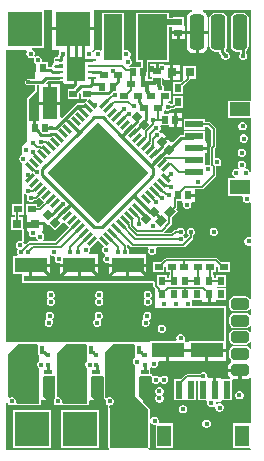
<source format=gtl>
G04*
G04 #@! TF.GenerationSoftware,Altium Limited,Altium Designer,25.0.2 (28)*
G04*
G04 Layer_Physical_Order=1*
G04 Layer_Color=255*
%FSLAX44Y44*%
%MOMM*%
G71*
G04*
G04 #@! TF.SameCoordinates,503A90CA-BBE8-423F-B6A3-9968D9645D90*
G04*
G04*
G04 #@! TF.FilePolarity,Positive*
G04*
G01*
G75*
%ADD13C,0.1270*%
%ADD15C,0.2540*%
G04:AMPARAMS|DCode=16|XSize=1.5mm|YSize=1mm|CornerRadius=0.25mm|HoleSize=0mm|Usage=FLASHONLY|Rotation=0.000|XOffset=0mm|YOffset=0mm|HoleType=Round|Shape=RoundedRectangle|*
%AMROUNDEDRECTD16*
21,1,1.5000,0.5000,0,0,0.0*
21,1,1.0000,1.0000,0,0,0.0*
1,1,0.5000,0.5000,-0.2500*
1,1,0.5000,-0.5000,-0.2500*
1,1,0.5000,-0.5000,0.2500*
1,1,0.5000,0.5000,0.2500*
%
%ADD16ROUNDEDRECTD16*%
%ADD17R,0.6000X0.7500*%
%ADD18R,0.7500X0.6000*%
%ADD19R,0.6400X0.6000*%
%ADD20R,1.6000X3.9000*%
%ADD21R,0.8000X0.8000*%
%ADD22R,0.6000X0.6400*%
%ADD23R,3.0000X3.0000*%
G04:AMPARAMS|DCode=24|XSize=0.64mm|YSize=0.6mm|CornerRadius=0mm|HoleSize=0mm|Usage=FLASHONLY|Rotation=225.000|XOffset=0mm|YOffset=0mm|HoleType=Round|Shape=Rectangle|*
%AMROTATEDRECTD24*
4,1,4,0.0141,0.4384,0.4384,0.0141,-0.0141,-0.4384,-0.4384,-0.0141,0.0141,0.4384,0.0*
%
%ADD24ROTATEDRECTD24*%

G04:AMPARAMS|DCode=25|XSize=1.25mm|YSize=3mm|CornerRadius=0.3125mm|HoleSize=0mm|Usage=FLASHONLY|Rotation=0.000|XOffset=0mm|YOffset=0mm|HoleType=Round|Shape=RoundedRectangle|*
%AMROUNDEDRECTD25*
21,1,1.2500,2.3750,0,0,0.0*
21,1,0.6250,3.0000,0,0,0.0*
1,1,0.6250,0.3125,-1.1875*
1,1,0.6250,-0.3125,-1.1875*
1,1,0.6250,-0.3125,1.1875*
1,1,0.6250,0.3125,1.1875*
%
%ADD25ROUNDEDRECTD25*%
G04:AMPARAMS|DCode=26|XSize=0.64mm|YSize=0.6mm|CornerRadius=0mm|HoleSize=0mm|Usage=FLASHONLY|Rotation=135.000|XOffset=0mm|YOffset=0mm|HoleType=Round|Shape=Rectangle|*
%AMROTATEDRECTD26*
4,1,4,0.4384,-0.0141,0.0141,-0.4384,-0.4384,0.0141,-0.0141,0.4384,0.4384,-0.0141,0.0*
%
%ADD26ROTATEDRECTD26*%

%ADD27P,8.4853X4X180.0*%
G04:AMPARAMS|DCode=28|XSize=0.86mm|YSize=0.26mm|CornerRadius=0mm|HoleSize=0mm|Usage=FLASHONLY|Rotation=135.000|XOffset=0mm|YOffset=0mm|HoleType=Round|Shape=Rectangle|*
%AMROTATEDRECTD28*
4,1,4,0.3960,-0.2121,0.2121,-0.3960,-0.3960,0.2121,-0.2121,0.3960,0.3960,-0.2121,0.0*
%
%ADD28ROTATEDRECTD28*%

G04:AMPARAMS|DCode=29|XSize=0.26mm|YSize=0.86mm|CornerRadius=0mm|HoleSize=0mm|Usage=FLASHONLY|Rotation=135.000|XOffset=0mm|YOffset=0mm|HoleType=Round|Shape=Rectangle|*
%AMROTATEDRECTD29*
4,1,4,0.3960,0.2121,-0.2121,-0.3960,-0.3960,-0.2121,0.2121,0.3960,0.3960,0.2121,0.0*
%
%ADD29ROTATEDRECTD29*%

%ADD30R,1.3000X2.7000*%
G04:AMPARAMS|DCode=31|XSize=0.6mm|YSize=0.25mm|CornerRadius=0.0313mm|HoleSize=0mm|Usage=FLASHONLY|Rotation=180.000|XOffset=0mm|YOffset=0mm|HoleType=Round|Shape=RoundedRectangle|*
%AMROUNDEDRECTD31*
21,1,0.6000,0.1875,0,0,180.0*
21,1,0.5375,0.2500,0,0,180.0*
1,1,0.0625,-0.2688,0.0938*
1,1,0.0625,0.2688,0.0938*
1,1,0.0625,0.2688,-0.0938*
1,1,0.0625,-0.2688,-0.0938*
%
%ADD31ROUNDEDRECTD31*%
%ADD32R,1.6000X3.9000*%
%ADD33R,0.6000X1.5500*%
%ADD34R,1.2000X1.8000*%
%ADD35R,0.3400X0.8000*%
%ADD36R,0.4200X0.6600*%
%ADD37R,2.7000X1.3000*%
%ADD38R,0.6600X0.4200*%
%ADD39R,0.8000X0.3400*%
G04:AMPARAMS|DCode=40|XSize=0.6mm|YSize=0.75mm|CornerRadius=0mm|HoleSize=0mm|Usage=FLASHONLY|Rotation=315.000|XOffset=0mm|YOffset=0mm|HoleType=Round|Shape=Rectangle|*
%AMROTATEDRECTD40*
4,1,4,-0.4773,-0.0530,0.0530,0.4773,0.4773,0.0530,-0.0530,-0.4773,-0.4773,-0.0530,0.0*
%
%ADD40ROTATEDRECTD40*%

%ADD41R,1.5500X0.6000*%
%ADD42R,1.8000X1.2000*%
G04:AMPARAMS|DCode=71|XSize=1.6mm|YSize=2mm|CornerRadius=0.04mm|HoleSize=0mm|Usage=FLASHONLY|Rotation=180.000|XOffset=0mm|YOffset=0mm|HoleType=Round|Shape=RoundedRectangle|*
%AMROUNDEDRECTD71*
21,1,1.6000,1.9200,0,0,180.0*
21,1,1.5200,2.0000,0,0,180.0*
1,1,0.0800,-0.7600,0.9600*
1,1,0.0800,0.7600,0.9600*
1,1,0.0800,0.7600,-0.9600*
1,1,0.0800,-0.7600,-0.9600*
%
%ADD71ROUNDEDRECTD71*%
%ADD72C,0.3500*%
%ADD73C,0.5000*%
%ADD74C,0.4500*%
%ADD75C,0.4000*%
G36*
X208626Y297270D02*
X189160D01*
Y282730D01*
X208626D01*
Y237350D01*
X207355Y237097D01*
X206984Y237994D01*
X205994Y238984D01*
X204700Y239520D01*
X204169D01*
X203643Y240790D01*
X203734Y240881D01*
X204270Y242175D01*
Y243575D01*
X203734Y244869D01*
X202744Y245859D01*
X201450Y246395D01*
X200050D01*
X198756Y245859D01*
X197766Y244869D01*
X197230Y243575D01*
Y242175D01*
X197766Y240881D01*
X198675Y239972D01*
X197994Y238984D01*
X196700Y239520D01*
X195300D01*
X194006Y238984D01*
X193016Y237994D01*
X192480Y236700D01*
Y235300D01*
X193016Y234006D01*
X194006Y233016D01*
X195300Y232480D01*
X195155Y231270D01*
X189160D01*
Y216730D01*
X201093D01*
X201795Y215460D01*
X201480Y214700D01*
Y213300D01*
X202016Y212006D01*
X203006Y211016D01*
X204300Y210480D01*
X205700D01*
X206994Y211016D01*
X207355Y211378D01*
X208626Y210851D01*
Y182296D01*
X207355Y181447D01*
X207180Y181520D01*
X205780D01*
X204486Y180984D01*
X203496Y179994D01*
X202960Y178700D01*
Y177300D01*
X203496Y176006D01*
X204486Y175016D01*
X205780Y174480D01*
X207180D01*
X207355Y174553D01*
X208626Y173704D01*
Y129585D01*
X207355Y129264D01*
X206718Y130218D01*
X205471Y131051D01*
X204000Y131344D01*
X194000D01*
X192529Y131051D01*
X191282Y130218D01*
X190449Y128971D01*
X190156Y127500D01*
Y122500D01*
X190449Y121029D01*
X191282Y119782D01*
X192529Y118949D01*
X194000Y118656D01*
X204000D01*
X205471Y118949D01*
X206718Y119782D01*
X207355Y120736D01*
X208626Y120415D01*
Y115585D01*
X207355Y115264D01*
X206718Y116218D01*
X205471Y117051D01*
X204000Y117344D01*
X194000D01*
X192529Y117051D01*
X191282Y116218D01*
X190449Y114971D01*
X190156Y113500D01*
Y108500D01*
X190449Y107029D01*
X191282Y105782D01*
X192529Y104949D01*
X194000Y104656D01*
X204000D01*
X205471Y104949D01*
X206718Y105782D01*
X207355Y106736D01*
X208626Y106415D01*
Y101585D01*
X207355Y101264D01*
X206718Y102218D01*
X205471Y103051D01*
X204000Y103344D01*
X194000D01*
X192529Y103051D01*
X191282Y102218D01*
X190449Y100971D01*
X190156Y99500D01*
Y94500D01*
X190449Y93029D01*
X191282Y91782D01*
X192529Y90949D01*
X194000Y90656D01*
X204000D01*
X205471Y90949D01*
X206718Y91782D01*
X207355Y92736D01*
X208626Y92415D01*
Y87585D01*
X207355Y87264D01*
X206718Y88218D01*
X205471Y89051D01*
X204000Y89344D01*
X194000D01*
X192529Y89051D01*
X191282Y88218D01*
X190449Y86971D01*
X190156Y85500D01*
Y80500D01*
X190449Y79029D01*
X191282Y77782D01*
X191750Y77469D01*
X191816Y77185D01*
X191663Y76000D01*
X190366Y75134D01*
X189252Y73467D01*
X188861Y71500D01*
Y70270D01*
X199000D01*
Y69000D01*
X200270D01*
Y61361D01*
X204000D01*
X205966Y61752D01*
X207355Y62681D01*
X208626Y62239D01*
Y24963D01*
X208270Y23840D01*
X207355Y23840D01*
X193730D01*
Y3300D01*
X207414Y3300D01*
X208134Y2030D01*
X207768Y1374D01*
X122225D01*
X121699Y2645D01*
X122242Y3188D01*
X122645Y4160D01*
X122645Y4160D01*
Y23998D01*
X123915Y24251D01*
X124016Y24006D01*
X125006Y23016D01*
X126300Y22480D01*
X127700D01*
X127730Y22460D01*
Y3300D01*
X142270D01*
Y23840D01*
X131290D01*
X130441Y25110D01*
X130520Y25300D01*
Y26700D01*
X129984Y27994D01*
X128994Y28984D01*
X127700Y29520D01*
X126300D01*
X125006Y28984D01*
X124016Y27994D01*
X123915Y27749D01*
X122645Y28002D01*
Y36160D01*
X122645Y36160D01*
X122242Y37132D01*
X116937Y42437D01*
X117409Y43577D01*
X114086Y46901D01*
Y62901D01*
X115565Y64380D01*
X123270D01*
X123270Y64380D01*
Y64380D01*
X124251Y63735D01*
X125082Y62905D01*
X125016Y62839D01*
X124480Y61545D01*
Y60145D01*
X125016Y58851D01*
X125086Y58781D01*
Y57757D01*
X125810Y58057D01*
X126006Y57861D01*
X127300Y57325D01*
X128700D01*
X129994Y57861D01*
X130742Y58609D01*
X131500Y58753D01*
X132258Y58609D01*
X133006Y57861D01*
X134300Y57325D01*
X135700D01*
X136994Y57861D01*
X137984Y58851D01*
X138520Y60145D01*
Y61545D01*
X137984Y62839D01*
X136994Y63829D01*
X135700Y64365D01*
X134300D01*
X133006Y63829D01*
X132258Y63081D01*
X131500Y62937D01*
X130742Y63081D01*
X129994Y63829D01*
X128700Y64365D01*
X127300D01*
X126006Y63829D01*
X125810Y63633D01*
X124540Y64159D01*
Y65890D01*
X123270D01*
Y70956D01*
X124284Y71738D01*
X124514Y71508D01*
X125808Y70972D01*
X127208D01*
X128502Y71508D01*
X129492Y72498D01*
X130028Y73792D01*
Y75192D01*
X129822Y75690D01*
X130670Y76960D01*
X136730D01*
Y86000D01*
X139270D01*
Y76960D01*
X154040D01*
Y76960D01*
X154960D01*
Y76960D01*
X169730D01*
Y86000D01*
X171000D01*
Y87270D01*
X187040D01*
Y93387D01*
X187119Y93506D01*
X187349Y94681D01*
X187322Y94817D01*
X187375Y94945D01*
Y122000D01*
X186972Y122972D01*
X186000Y123375D01*
X158971D01*
X158520Y124050D01*
Y125450D01*
X158421Y125690D01*
X158540Y126960D01*
X158540Y126960D01*
X158718Y128156D01*
X158730Y128230D01*
X159810Y128230D01*
X167270Y128230D01*
X167460Y127039D01*
Y126960D01*
X171730D01*
Y133250D01*
X174270D01*
Y126960D01*
X178540D01*
Y127039D01*
X178730Y128230D01*
X179810Y128230D01*
X187270D01*
Y138270D01*
X180157Y138270D01*
X179634Y139146D01*
X180030Y139730D01*
X187270D01*
Y149770D01*
X178730D01*
Y146692D01*
X177270D01*
Y149770D01*
X176192D01*
Y151730D01*
X179270D01*
Y156002D01*
X180540Y156681D01*
X180730Y156554D01*
Y151730D01*
X190770D01*
Y160270D01*
X183477D01*
X180373Y163373D01*
X179743Y163794D01*
X179000Y163942D01*
X137000D01*
X136257Y163794D01*
X135627Y163373D01*
X132523Y160270D01*
X125230D01*
Y151730D01*
X135270D01*
Y156554D01*
X135460Y156681D01*
X136730Y156002D01*
Y151730D01*
X139808D01*
Y149770D01*
X138730D01*
Y146692D01*
X137270D01*
Y149770D01*
X128730D01*
Y141815D01*
X127460Y141134D01*
X127283Y141252D01*
Y143000D01*
X126880Y143972D01*
X125908Y144375D01*
X16375D01*
Y148960D01*
X20730D01*
Y158000D01*
X22000D01*
Y159270D01*
X38040D01*
Y166141D01*
X39310Y166557D01*
X40006Y165861D01*
X41300Y165325D01*
X41758D01*
X42607Y164055D01*
X42460Y163700D01*
Y162300D01*
X42996Y161006D01*
X43986Y160016D01*
X45280Y159480D01*
X46680D01*
X46960Y159293D01*
Y159270D01*
X79040D01*
Y167040D01*
X71814D01*
X71288Y168310D01*
X71546Y168568D01*
X72082Y169862D01*
Y171262D01*
X72038Y171367D01*
X72141Y172595D01*
X79106Y179560D01*
X84269Y174397D01*
X84161Y173856D01*
X83171Y172866D01*
X82635Y171572D01*
Y170172D01*
X83171Y168878D01*
X84161Y167888D01*
X85212Y167452D01*
X85380Y166571D01*
X85338Y166130D01*
X84986Y165984D01*
X83996Y164994D01*
X83460Y163700D01*
Y162300D01*
X83996Y161006D01*
X84986Y160016D01*
X86280Y159480D01*
X87680D01*
X87960Y159293D01*
Y159270D01*
X120040D01*
Y167040D01*
X106141D01*
X105435Y168096D01*
X105520Y168300D01*
Y169700D01*
X104984Y170994D01*
X103994Y171984D01*
X103942Y172005D01*
Y174443D01*
X103794Y175186D01*
X104800Y175967D01*
X107140Y173627D01*
X107140Y173627D01*
X107771Y173206D01*
X108514Y173058D01*
X108514Y173058D01*
X121284D01*
X121612Y172581D01*
X121931Y171788D01*
X121480Y170700D01*
Y169300D01*
X122016Y168006D01*
X123006Y167016D01*
X124300Y166480D01*
X125700D01*
X126994Y167016D01*
X127984Y168006D01*
X128520Y169300D01*
Y170700D01*
X128069Y171788D01*
X128388Y172581D01*
X128716Y173058D01*
X151000D01*
X151743Y173206D01*
X152373Y173627D01*
X159028Y180282D01*
X159450Y180912D01*
X159597Y181655D01*
Y182995D01*
X159649Y183016D01*
X160639Y184006D01*
X161175Y185300D01*
Y186700D01*
X160639Y187994D01*
X159649Y188984D01*
X158355Y189520D01*
X156955D01*
X155661Y188984D01*
X154671Y187994D01*
X154135Y186700D01*
Y185300D01*
X154671Y184006D01*
X155661Y183016D01*
X155135Y181882D01*
X153842Y180589D01*
X152519Y181062D01*
X152133Y181994D01*
X151957Y182170D01*
X151158Y183000D01*
X151957Y183830D01*
X152133Y184006D01*
X152669Y185300D01*
Y186700D01*
X152133Y187994D01*
X151143Y188984D01*
X149849Y189520D01*
X148449D01*
X147155Y188984D01*
X146165Y187994D01*
X146144Y187942D01*
X145000D01*
X144257Y187794D01*
X143627Y187373D01*
X141195Y184942D01*
X135485D01*
X134959Y186212D01*
X140909Y192162D01*
X140909Y192162D01*
X141330Y192792D01*
X141478Y193535D01*
Y198439D01*
X146635Y203596D01*
X144989Y205242D01*
X145373Y205627D01*
X145794Y206257D01*
X145942Y207000D01*
Y212530D01*
X149860D01*
Y211260D01*
X150351D01*
X151200Y209990D01*
X151080Y209700D01*
Y208300D01*
X151616Y207006D01*
X152606Y206016D01*
X153900Y205480D01*
X155300D01*
X156594Y206016D01*
X157584Y207006D01*
X158120Y208300D01*
Y209700D01*
X158000Y209990D01*
X158848Y211260D01*
X160940D01*
Y215730D01*
X155400D01*
Y218270D01*
X160940D01*
Y222058D01*
X167000D01*
X167743Y222206D01*
X168373Y222627D01*
X178373Y232627D01*
X178794Y233257D01*
X178942Y234000D01*
Y241241D01*
X179300Y241479D01*
X180700D01*
X181994Y242015D01*
X182984Y243006D01*
X183520Y244299D01*
Y245700D01*
X182984Y246993D01*
X181994Y247984D01*
X180700Y248519D01*
X179300D01*
X179057Y248419D01*
X177787Y249268D01*
Y256587D01*
X178373Y257173D01*
X178794Y257803D01*
X178942Y258547D01*
Y273000D01*
X178794Y273743D01*
X178373Y274373D01*
X174373Y278373D01*
X173743Y278794D01*
X173000Y278942D01*
X169700D01*
Y281270D01*
X151660D01*
Y272730D01*
X169700D01*
Y275058D01*
X172195D01*
X175058Y272195D01*
Y259351D01*
X174471Y258765D01*
X174050Y258135D01*
X173902Y257391D01*
Y243376D01*
X173053Y242631D01*
X172694Y242502D01*
X172650Y242520D01*
X171250D01*
X170807Y242337D01*
X169700Y243253D01*
X169700Y251270D01*
X170891Y251460D01*
X170970D01*
Y255730D01*
X160680D01*
Y258270D01*
X170970D01*
Y262540D01*
X170891D01*
X169700Y262730D01*
X169700Y263810D01*
Y271270D01*
X151660D01*
Y267960D01*
X149120D01*
X148129Y267763D01*
X147289Y267201D01*
X142316Y262229D01*
X141141Y262001D01*
X138121Y265021D01*
X134063Y260962D01*
X132267Y262758D01*
X136325Y266817D01*
X133306Y269836D01*
X133218Y269748D01*
X131984Y269994D01*
X130994Y270984D01*
X130948Y271215D01*
X131488Y271755D01*
X132024Y273048D01*
Y274449D01*
X131688Y275260D01*
X132303Y276423D01*
X132432Y276530D01*
X138860D01*
Y275260D01*
X143130D01*
Y281000D01*
Y286740D01*
X138860D01*
Y285470D01*
X134794D01*
X134770Y286730D01*
X134770D01*
Y288456D01*
X136006Y289016D01*
X137300Y288480D01*
X138700D01*
X139994Y289016D01*
X140984Y290006D01*
X141005Y290058D01*
X142750D01*
X143493Y290205D01*
X144123Y290627D01*
X144703Y291206D01*
X144823Y291230D01*
X151270D01*
Y301270D01*
X142730D01*
Y294654D01*
X142512Y294508D01*
X142179Y294176D01*
X140984Y293994D01*
X139994Y294984D01*
X138700Y295520D01*
X138845Y296730D01*
X140770D01*
Y305270D01*
X135324D01*
X134705Y306540D01*
X135040Y307350D01*
Y308650D01*
X134542Y309852D01*
X133622Y310772D01*
X133529Y310811D01*
Y312350D01*
X133470Y312647D01*
Y315962D01*
X133593Y316085D01*
X134922Y315692D01*
X134960Y315656D01*
Y314460D01*
X140230D01*
Y321000D01*
Y327540D01*
X135844D01*
X134740Y327940D01*
X133856Y327940D01*
X130270D01*
Y322400D01*
X129000D01*
Y321130D01*
X123260D01*
Y316860D01*
X124530D01*
Y315329D01*
X121837D01*
X121670Y316530D01*
X121670D01*
Y325470D01*
X121549D01*
Y330230D01*
X139270D01*
Y359556D01*
X141260D01*
Y355870D01*
X147000D01*
X152740D01*
Y360140D01*
X151470D01*
Y367670D01*
X142530D01*
Y367244D01*
X139270D01*
Y371770D01*
X111230D01*
Y330230D01*
X115391D01*
Y325470D01*
X113130D01*
Y325470D01*
X112870D01*
Y325470D01*
X105580D01*
X105328Y326740D01*
X105994Y327016D01*
X106984Y328006D01*
X107520Y329300D01*
Y330700D01*
X106984Y331994D01*
X105994Y332984D01*
X105911Y334393D01*
X106004Y334486D01*
X106540Y335780D01*
Y337180D01*
X106004Y338474D01*
X105014Y339464D01*
X103720Y340000D01*
X102320D01*
X102040Y339884D01*
X100770Y340733D01*
Y371770D01*
X82230D01*
Y340028D01*
X80960Y339501D01*
X80677Y339784D01*
X79384Y340320D01*
X77983D01*
X76690Y339784D01*
X75773Y338868D01*
X75628Y338789D01*
X74879Y338738D01*
X74321Y339191D01*
X75020Y340460D01*
X75540D01*
Y356730D01*
X40460D01*
Y340460D01*
X45896D01*
X46422Y339190D01*
X46226Y338994D01*
X45690Y337700D01*
Y336508D01*
X45337Y335981D01*
X45140Y334990D01*
Y334051D01*
X43313D01*
X42695Y333928D01*
X42172Y333578D01*
X41822Y333055D01*
X41699Y332438D01*
Y330563D01*
X41822Y329945D01*
X41307Y328588D01*
X40953Y328351D01*
X40392Y327511D01*
X40210Y326601D01*
X40189Y326516D01*
X39076Y325631D01*
X38930Y325660D01*
X36670D01*
Y329470D01*
X32141D01*
X31436Y330526D01*
X31520Y330729D01*
Y332130D01*
X30984Y333424D01*
X29994Y334414D01*
X28700Y334950D01*
X27300D01*
X26006Y334414D01*
X25996D01*
X25173Y335461D01*
X25520Y336300D01*
Y337700D01*
X24984Y338994D01*
X23994Y339984D01*
X22700Y340520D01*
X22845Y341730D01*
X33270D01*
Y373626D01*
X40460D01*
Y359270D01*
X75540D01*
Y373626D01*
X158265D01*
X158390Y372356D01*
X157665Y372211D01*
X155791Y370959D01*
X154539Y369085D01*
X154099Y366875D01*
Y356270D01*
X171901D01*
Y366875D01*
X171461Y369085D01*
X170209Y370959D01*
X168335Y372211D01*
X167610Y372356D01*
X167735Y373626D01*
X208626D01*
Y297270D01*
D02*
G37*
G36*
X61270Y310980D02*
X61581Y310229D01*
X58899Y307547D01*
X58714Y307270D01*
X53230D01*
Y298730D01*
X63270D01*
Y303624D01*
X63460Y303751D01*
X64730Y303072D01*
Y298730D01*
X69352D01*
X69838Y297557D01*
X67561Y295280D01*
X62136D01*
X61145Y295082D01*
X60304Y294521D01*
X48213Y282430D01*
X47040Y282916D01*
Y293730D01*
X38000D01*
X28960D01*
Y279740D01*
X26870D01*
Y274000D01*
X24330D01*
Y279740D01*
X20375D01*
Y298431D01*
X26972Y305028D01*
X27375Y306000D01*
X27375Y306000D01*
Y310410D01*
X28960D01*
Y296270D01*
X36730D01*
Y311040D01*
X35273D01*
X34746Y312310D01*
X36347Y313910D01*
X46000D01*
X46195Y313949D01*
X48688D01*
X49305Y314072D01*
X49589Y313462D01*
X49631Y313253D01*
X50280Y312280D01*
X51253Y311631D01*
X52400Y311402D01*
X58730D01*
Y324000D01*
X61270D01*
Y310980D01*
D02*
G37*
G36*
X18006Y218016D02*
X18188Y217940D01*
X19052Y217008D01*
X18517Y215715D01*
Y214314D01*
X19052Y213021D01*
X20043Y212031D01*
X21336Y211495D01*
X22737D01*
X24030Y212031D01*
X25021Y213021D01*
X25091Y213190D01*
X26192D01*
X26935Y213338D01*
X27565Y213759D01*
X29271Y215465D01*
X29715Y215021D01*
X33595Y211141D01*
X29397Y206942D01*
X27770D01*
Y209270D01*
X17730D01*
Y200730D01*
X18767D01*
X18960Y199540D01*
X18960D01*
Y194270D01*
X25500D01*
X32040D01*
Y194816D01*
X33213Y195301D01*
X36503Y192012D01*
X37401Y192910D01*
X42725Y187586D01*
X49047Y193907D01*
X49955Y194781D01*
X50928Y193808D01*
X53910Y190826D01*
X54085Y189295D01*
X54053Y189172D01*
X42823Y177942D01*
X32580D01*
X32394Y178284D01*
X32190Y179212D01*
X32984Y180006D01*
X33520Y181300D01*
Y182700D01*
X32984Y183994D01*
X31994Y184984D01*
X31497Y185190D01*
X31749Y186460D01*
X32040D01*
Y191730D01*
X25500D01*
X18960D01*
Y186460D01*
X19972D01*
X20480Y185700D01*
Y184300D01*
X21016Y183006D01*
X22006Y182016D01*
X23300Y181480D01*
X24700D01*
X25210Y181691D01*
X26411Y181321D01*
X26605Y180999D01*
X27016Y180006D01*
X27810Y179212D01*
X27606Y178284D01*
X27420Y177942D01*
X21000D01*
X21000Y177942D01*
X20257Y177794D01*
X19627Y177373D01*
X19626Y177373D01*
X17790Y175537D01*
X17297Y175600D01*
X16414Y175957D01*
X15984Y176994D01*
X15867Y177111D01*
X15972Y178336D01*
X16128Y178712D01*
X16351Y179052D01*
X16323Y179184D01*
X16375Y179308D01*
Y187730D01*
X15972Y188702D01*
X15770Y188786D01*
Y198270D01*
X12442D01*
Y200730D01*
X16270D01*
Y209017D01*
X16375Y209270D01*
Y217851D01*
X17645Y218377D01*
X18006Y218016D01*
D02*
G37*
G36*
X18922Y338730D02*
X18684Y338373D01*
X18411Y337000D01*
X18684Y335627D01*
X19462Y334462D01*
X20627Y333684D01*
X22000Y333411D01*
X23373Y333684D01*
X24046Y334133D01*
X24961Y333218D01*
X24684Y332803D01*
X24411Y331430D01*
X24684Y330056D01*
X25462Y328892D01*
X26000Y328532D01*
Y315590D01*
X20000D01*
X19009Y315393D01*
X18169Y314831D01*
X17607Y313991D01*
X17410Y313000D01*
X17607Y312009D01*
X18169Y311169D01*
X19009Y310607D01*
X20000Y310410D01*
X26000D01*
Y306000D01*
X19000Y299000D01*
Y263000D01*
X15000Y259000D01*
Y256846D01*
X14684Y256373D01*
X14411Y255000D01*
X14684Y253627D01*
X15000Y253154D01*
Y251331D01*
X14502Y251232D01*
X13338Y250454D01*
X12559Y249289D01*
X12286Y247916D01*
X12559Y246543D01*
X13338Y245378D01*
X14502Y244600D01*
X15000Y244501D01*
Y209270D01*
X6230D01*
Y200730D01*
X8558D01*
Y198270D01*
X5230D01*
Y187730D01*
X15000D01*
Y179308D01*
X13730Y178444D01*
X13000Y178589D01*
X11627Y178316D01*
X10462Y177538D01*
X9684Y176373D01*
X9411Y175000D01*
X9684Y173627D01*
X10462Y172462D01*
X10605Y172367D01*
X11462Y171538D01*
X10684Y170373D01*
X10411Y169000D01*
X10684Y167627D01*
X11076Y167040D01*
X10397Y165770D01*
X7230D01*
Y150230D01*
X15000D01*
Y143000D01*
X125908D01*
Y140455D01*
X126056Y139712D01*
X126477Y139082D01*
X127000Y138559D01*
Y122000D01*
X132772D01*
X133006Y121766D01*
X134300Y121230D01*
X135700D01*
X136994Y121766D01*
X137228Y122000D01*
X142772D01*
X143006Y121766D01*
X144300Y121230D01*
X145700D01*
X146994Y121766D01*
X147228Y122000D01*
X152772D01*
X153006Y121766D01*
X154300Y121230D01*
X155700D01*
X156994Y121766D01*
X157228Y122000D01*
X186000D01*
Y94945D01*
X185770Y93770D01*
X156230D01*
Y93000D01*
X153721D01*
X152770Y93770D01*
D01*
X152300Y95040D01*
X152416Y95320D01*
Y96720D01*
X151880Y98014D01*
X150890Y99004D01*
X149596Y99540D01*
X148196D01*
X146902Y99004D01*
X145912Y98014D01*
X145376Y96720D01*
Y95320D01*
X145492Y95040D01*
X144643Y93770D01*
X123230D01*
Y93000D01*
X1374D01*
Y143000D01*
Y340000D01*
X18244D01*
X18922Y338730D01*
D02*
G37*
G36*
X69380Y90570D02*
Y81430D01*
X70000D01*
Y76634D01*
X69936Y76607D01*
X68946Y75617D01*
X68410Y74323D01*
Y72923D01*
X68946Y71629D01*
X69936Y70639D01*
X70000Y70613D01*
Y40700D01*
X49154D01*
X48448Y41756D01*
X48520Y41930D01*
Y43330D01*
X47984Y44624D01*
X46994Y45614D01*
X45700Y46150D01*
X44300D01*
X44000Y46350D01*
Y83000D01*
X52000Y91000D01*
X68288D01*
X69380Y90570D01*
D02*
G37*
G36*
X28380D02*
Y81430D01*
X29000D01*
Y76634D01*
X28936Y76607D01*
X27946Y75617D01*
X27410Y74323D01*
Y72923D01*
X27946Y71629D01*
X28936Y70639D01*
X29000Y70613D01*
Y40700D01*
X10153D01*
X9448Y41756D01*
X9520Y41930D01*
Y43330D01*
X8984Y44624D01*
X7994Y45614D01*
X6700Y46150D01*
X5300D01*
X4270Y45724D01*
X3383Y46103D01*
X3000Y46404D01*
Y83000D01*
X11000Y91000D01*
X27288D01*
X28380Y90570D01*
D02*
G37*
G36*
X82270Y64380D02*
Y64380D01*
X83251Y63735D01*
X83895Y63091D01*
Y45674D01*
X84000Y45422D01*
Y45148D01*
X84086Y45062D01*
Y43960D01*
X84625Y44247D01*
X85584Y43583D01*
X85480Y43330D01*
Y41930D01*
X86016Y40636D01*
X87006Y39646D01*
X87726Y39348D01*
X87320Y38366D01*
Y38093D01*
X87215Y37840D01*
X87320Y37587D01*
Y37314D01*
X87513Y37121D01*
X87618Y36868D01*
X87895Y36591D01*
Y4160D01*
X87895Y4160D01*
X88298Y3188D01*
X88454Y2587D01*
X87685Y1374D01*
X1374D01*
Y41280D01*
X2645Y41533D01*
X3016Y40636D01*
X4006Y39646D01*
X5300Y39110D01*
X6700D01*
X7954Y39629D01*
X8291Y39667D01*
X9182Y39728D01*
X9552Y39575D01*
X9885Y39352D01*
X10023Y39379D01*
X10153Y39325D01*
X29000D01*
X29972Y39728D01*
X30375Y40700D01*
Y42541D01*
X30860Y43610D01*
X35376D01*
X32086Y46901D01*
Y62901D01*
X33565Y64380D01*
X41270D01*
X41270Y64380D01*
Y64380D01*
X42251Y63735D01*
X42625Y63361D01*
Y46350D01*
X42679Y46220D01*
X42652Y46082D01*
X42874Y45749D01*
X42952Y45560D01*
X42016Y44624D01*
X41480Y43330D01*
Y43330D01*
Y41930D01*
X42016Y40636D01*
X43006Y39646D01*
X44300Y39110D01*
X45700D01*
X46954Y39629D01*
X47291Y39667D01*
X48182Y39728D01*
X48552Y39575D01*
X48885Y39352D01*
X49023Y39379D01*
X49154Y39325D01*
X70000D01*
X70972Y39728D01*
X71375Y40700D01*
Y42541D01*
X71860Y43610D01*
X76376D01*
X73086Y46901D01*
Y62901D01*
X74565Y64380D01*
X82270D01*
X82270Y64380D01*
D02*
G37*
G36*
X110270Y90160D02*
Y79135D01*
X109964Y79008D01*
X108973Y78018D01*
X108438Y76724D01*
Y75324D01*
X108973Y74030D01*
X109964Y73040D01*
X110270Y72913D01*
Y47160D01*
X121270Y36160D01*
Y4160D01*
X120270Y3160D01*
X90270D01*
X89270Y4160D01*
Y37160D01*
X88590Y37840D01*
X89116Y39110D01*
X89700D01*
X90994Y39646D01*
X91984Y40636D01*
X92520Y41930D01*
Y43330D01*
X91984Y44624D01*
X90994Y45614D01*
X89700Y46150D01*
X88300D01*
X87006Y45614D01*
X86540Y45148D01*
X85270Y45674D01*
Y84160D01*
X92270Y91160D01*
X109270D01*
X110270Y90160D01*
D02*
G37*
%LPC*%
G36*
X152740Y353330D02*
X148270D01*
Y349060D01*
X152740D01*
Y353330D01*
D02*
G37*
G36*
X145730D02*
X141260D01*
Y349060D01*
X145730D01*
Y353330D01*
D02*
G37*
G36*
X171901Y353730D02*
X164270D01*
Y337349D01*
X166125D01*
X168335Y337789D01*
X170209Y339041D01*
X171461Y340915D01*
X171901Y343125D01*
Y353730D01*
D02*
G37*
G36*
X161730D02*
X154099D01*
Y343125D01*
X154539Y340915D01*
X155791Y339041D01*
X157665Y337789D01*
X159875Y337349D01*
X161730D01*
Y353730D01*
D02*
G37*
G36*
X202125Y371356D02*
X195875D01*
X194160Y371015D01*
X192706Y370044D01*
X191735Y368590D01*
X191394Y366875D01*
Y343125D01*
X191735Y341410D01*
X192706Y339956D01*
X194160Y338985D01*
X195875Y338644D01*
X199376D01*
X199396Y337374D01*
X199016Y336994D01*
X198480Y335700D01*
Y334300D01*
X199016Y333006D01*
X200006Y332016D01*
X201300Y331480D01*
X202700D01*
X203994Y332016D01*
X204984Y333006D01*
X205520Y334300D01*
Y335700D01*
X204984Y336994D01*
X204590Y337388D01*
Y339486D01*
X205294Y339956D01*
X206265Y341410D01*
X206606Y343125D01*
Y366875D01*
X206265Y368590D01*
X205294Y370044D01*
X203840Y371015D01*
X202125Y371356D01*
D02*
G37*
G36*
X184125D02*
X177875D01*
X176160Y371015D01*
X174706Y370044D01*
X173735Y368590D01*
X173394Y366875D01*
Y343125D01*
X173735Y341410D01*
X174706Y339956D01*
X176160Y338985D01*
X177875Y338644D01*
X181174D01*
Y338236D01*
X181371Y337245D01*
X181933Y336405D01*
X183480Y334857D01*
Y334300D01*
X184016Y333006D01*
X185006Y332016D01*
X186300Y331480D01*
X187700D01*
X188994Y332016D01*
X189984Y333006D01*
X190520Y334300D01*
Y335700D01*
X189984Y336994D01*
X188994Y337984D01*
X187700Y338520D01*
X187269Y339723D01*
X187294Y339956D01*
X188265Y341410D01*
X188606Y343125D01*
Y366875D01*
X188265Y368590D01*
X187294Y370044D01*
X185840Y371015D01*
X184125Y371356D01*
D02*
G37*
G36*
X127730Y327940D02*
X123260D01*
Y323670D01*
X127730D01*
Y327940D01*
D02*
G37*
G36*
X142770Y327540D02*
Y322270D01*
X148040D01*
Y327540D01*
X142770D01*
D02*
G37*
G36*
X161770Y326270D02*
X151230D01*
Y315730D01*
X151230D01*
X151524Y315021D01*
X149297Y312794D01*
X149177Y312770D01*
X142730D01*
Y302730D01*
X151270D01*
Y309346D01*
X151488Y309492D01*
X156462Y314466D01*
X156883Y315096D01*
X157010Y315730D01*
X161770D01*
Y326270D01*
D02*
G37*
G36*
X148040Y319730D02*
X142770D01*
Y314460D01*
X148040D01*
Y319730D01*
D02*
G37*
G36*
X149940Y286740D02*
X145670D01*
Y282270D01*
X149940D01*
Y286740D01*
D02*
G37*
G36*
Y279730D02*
X145670D01*
Y275260D01*
X149940D01*
Y279730D01*
D02*
G37*
G36*
X202150Y279020D02*
X200750D01*
X199456Y278484D01*
X198466Y277494D01*
X197930Y276200D01*
Y274800D01*
X198466Y273506D01*
X199456Y272516D01*
X200750Y271980D01*
X202150D01*
X203444Y272516D01*
X204434Y273506D01*
X204970Y274800D01*
Y276200D01*
X204434Y277494D01*
X203444Y278484D01*
X202150Y279020D01*
D02*
G37*
G36*
X203100Y268520D02*
X201700D01*
X200406Y267984D01*
X199416Y266994D01*
X198880Y265700D01*
Y264300D01*
X199416Y263006D01*
X200406Y262016D01*
X201700Y261480D01*
X203100D01*
X204394Y262016D01*
X205384Y263006D01*
X205920Y264300D01*
Y265700D01*
X205384Y266994D01*
X204394Y267984D01*
X203100Y268520D01*
D02*
G37*
G36*
X201450Y256520D02*
X200050D01*
X198756Y255984D01*
X197766Y254994D01*
X197230Y253700D01*
Y252300D01*
X197766Y251006D01*
X198756Y250016D01*
X200050Y249480D01*
X201450D01*
X202744Y250016D01*
X203734Y251006D01*
X204270Y252300D01*
Y253700D01*
X203734Y254994D01*
X202744Y255984D01*
X201450Y256520D01*
D02*
G37*
G36*
X177700Y189520D02*
X176299D01*
X175006Y188984D01*
X174016Y187994D01*
X173480Y186700D01*
Y185299D01*
X174016Y184006D01*
X175006Y183015D01*
X176299Y182480D01*
X177700D01*
X178993Y183015D01*
X179984Y184006D01*
X180520Y185299D01*
Y186700D01*
X179984Y187994D01*
X178993Y188984D01*
X177700Y189520D01*
D02*
G37*
G36*
X120040Y156730D02*
X105270D01*
Y148960D01*
X120040D01*
Y156730D01*
D02*
G37*
G36*
X102730D02*
X87960D01*
Y148960D01*
X102730D01*
Y156730D01*
D02*
G37*
G36*
X79040D02*
X64270D01*
Y148960D01*
X79040D01*
Y156730D01*
D02*
G37*
G36*
X61730D02*
X46960D01*
Y148960D01*
X61730D01*
Y156730D01*
D02*
G37*
G36*
X38040D02*
X23270D01*
Y148960D01*
X38040D01*
Y156730D01*
D02*
G37*
G36*
X187040Y84730D02*
X172270D01*
Y76960D01*
X187040D01*
Y84730D01*
D02*
G37*
G36*
X197730Y67730D02*
X188861D01*
Y66500D01*
X189252Y64534D01*
X190366Y62866D01*
X190750Y62610D01*
X190365Y61340D01*
X183730Y61340D01*
X183540Y62531D01*
Y62610D01*
X179270D01*
Y52320D01*
X176730D01*
Y62610D01*
X172800D01*
X172275Y62815D01*
X171627Y63535D01*
Y64469D01*
X171091Y65763D01*
X170101Y66753D01*
X168807Y67289D01*
X167407D01*
X166113Y66753D01*
X165123Y65763D01*
X165102Y65711D01*
X154699D01*
X153956Y65563D01*
X153326Y65142D01*
X149523Y61340D01*
X143730D01*
Y43300D01*
X152270D01*
Y57624D01*
X152460Y57751D01*
X153730Y57072D01*
Y43300D01*
X162270D01*
Y60181D01*
X163000Y60603D01*
X163730Y60181D01*
Y43300D01*
X170747D01*
X171596Y42030D01*
X171480Y41750D01*
Y40350D01*
X172016Y39056D01*
X173006Y38066D01*
X174300Y37530D01*
X175700D01*
X176994Y38066D01*
X177307Y38379D01*
X178017Y38107D01*
X178480Y37756D01*
Y36530D01*
X179016Y35236D01*
X180006Y34246D01*
X181300Y33710D01*
X182700D01*
X183994Y34246D01*
X184984Y35236D01*
X185520Y36530D01*
Y37930D01*
X184984Y39224D01*
X183994Y40214D01*
X182700Y40750D01*
X181300D01*
X180006Y40214D01*
X179693Y39901D01*
X178983Y40173D01*
X178520Y40524D01*
Y41750D01*
X178707Y42030D01*
X183540D01*
Y42109D01*
X183730Y43300D01*
X184810Y43300D01*
X192270D01*
Y60410D01*
X193489Y61463D01*
X194000Y61361D01*
X197730D01*
Y67730D01*
D02*
G37*
G36*
X199470Y51290D02*
X198070D01*
X196776Y50754D01*
X195786Y49764D01*
X195250Y48470D01*
Y47070D01*
X195786Y45776D01*
X196776Y44786D01*
X198070Y44250D01*
X199470D01*
X200764Y44786D01*
X201754Y45776D01*
X202290Y47070D01*
Y48470D01*
X201754Y49764D01*
X200764Y50754D01*
X199470Y51290D01*
D02*
G37*
G36*
X131700Y54520D02*
X130300D01*
X129006Y53984D01*
X128016Y52994D01*
X127480Y51700D01*
Y50300D01*
X128016Y49006D01*
X128192Y48830D01*
X128991Y48000D01*
X128192Y47170D01*
X128016Y46994D01*
X127480Y45700D01*
Y44300D01*
X128016Y43006D01*
X129006Y42016D01*
X130300Y41480D01*
X131700D01*
X132994Y42016D01*
X133984Y43006D01*
X134520Y44300D01*
Y45700D01*
X133984Y46994D01*
X133808Y47170D01*
X133009Y48000D01*
X133808Y48830D01*
X133984Y49006D01*
X134520Y50300D01*
Y51700D01*
X133984Y52994D01*
X132994Y53984D01*
X131700Y54520D01*
D02*
G37*
G36*
X151700Y39520D02*
X150300D01*
X149006Y38984D01*
X148016Y37994D01*
X147480Y36700D01*
Y35300D01*
X148016Y34006D01*
X149006Y33016D01*
X150300Y32480D01*
X151700D01*
X152994Y33016D01*
X153984Y34006D01*
X154520Y35300D01*
Y36700D01*
X153984Y37994D01*
X152994Y38984D01*
X151700Y39520D01*
D02*
G37*
G36*
X171700Y27120D02*
X170300D01*
X169006Y26584D01*
X168016Y25594D01*
X167480Y24300D01*
Y22900D01*
X168016Y21606D01*
X169006Y20616D01*
X170300Y20080D01*
X171700D01*
X172994Y20616D01*
X173984Y21606D01*
X174520Y22900D01*
Y24300D01*
X173984Y25594D01*
X172994Y26584D01*
X171700Y27120D01*
D02*
G37*
G36*
X47040Y311040D02*
X39270D01*
Y296270D01*
X47040D01*
Y311040D01*
D02*
G37*
G36*
X121720Y136240D02*
X120320D01*
X119026Y135704D01*
X118036Y134714D01*
X117500Y133420D01*
Y132020D01*
X118036Y130726D01*
X118927Y129835D01*
X118036Y128944D01*
X117500Y127650D01*
Y126250D01*
X118036Y124956D01*
X119026Y123966D01*
X120320Y123430D01*
X121720D01*
X123014Y123966D01*
X124004Y124956D01*
X124540Y126250D01*
Y127650D01*
X124004Y128944D01*
X123113Y129835D01*
X124004Y130726D01*
X124540Y132020D01*
Y133420D01*
X124004Y134714D01*
X123014Y135704D01*
X121720Y136240D01*
D02*
G37*
G36*
X80720D02*
X79320D01*
X78026Y135704D01*
X77036Y134714D01*
X76500Y133420D01*
Y132020D01*
X77036Y130726D01*
X77927Y129835D01*
X77036Y128944D01*
X76500Y127650D01*
Y126250D01*
X77036Y124956D01*
X78026Y123966D01*
X79320Y123430D01*
X80720D01*
X82014Y123966D01*
X83004Y124956D01*
X83540Y126250D01*
Y127650D01*
X83004Y128944D01*
X82113Y129835D01*
X83004Y130726D01*
X83540Y132020D01*
Y133420D01*
X83004Y134714D01*
X82014Y135704D01*
X80720Y136240D01*
D02*
G37*
G36*
X39720D02*
X38320D01*
X37026Y135704D01*
X36036Y134714D01*
X35500Y133420D01*
Y132020D01*
X36036Y130726D01*
X36927Y129835D01*
X36036Y128944D01*
X35500Y127650D01*
Y126250D01*
X36036Y124956D01*
X37026Y123966D01*
X38320Y123430D01*
X39720D01*
X41014Y123966D01*
X42004Y124956D01*
X42540Y126250D01*
Y127650D01*
X42004Y128944D01*
X41113Y129835D01*
X42004Y130726D01*
X42540Y132020D01*
Y133420D01*
X42004Y134714D01*
X41014Y135704D01*
X39720Y136240D01*
D02*
G37*
G36*
X121372Y118421D02*
X119972D01*
X118678Y117885D01*
X117688Y116895D01*
X117152Y115601D01*
Y114201D01*
X117434Y113520D01*
X117376Y112264D01*
X116386Y111274D01*
X115850Y109980D01*
Y108580D01*
X116386Y107286D01*
X117376Y106296D01*
X118670Y105760D01*
X120070D01*
X121364Y106296D01*
X122354Y107286D01*
X122890Y108580D01*
Y109980D01*
X122608Y110661D01*
X122666Y111917D01*
X123656Y112907D01*
X124192Y114201D01*
Y115601D01*
X123656Y116895D01*
X122666Y117885D01*
X121372Y118421D01*
D02*
G37*
G36*
X80372D02*
X78972D01*
X77678Y117885D01*
X76688Y116895D01*
X76152Y115601D01*
Y114201D01*
X76384Y113642D01*
X76376Y112264D01*
X75386Y111274D01*
X74850Y109980D01*
Y108580D01*
X75386Y107286D01*
X76376Y106296D01*
X77670Y105760D01*
X79070D01*
X80364Y106296D01*
X81354Y107286D01*
X81890Y108580D01*
Y109980D01*
X81658Y110539D01*
X81666Y111917D01*
X82656Y112907D01*
X83192Y114201D01*
Y115601D01*
X82656Y116895D01*
X81666Y117885D01*
X80372Y118421D01*
D02*
G37*
G36*
X39034Y118489D02*
X37633D01*
X36339Y117953D01*
X35349Y116963D01*
X34813Y115669D01*
Y114269D01*
X35119Y113532D01*
X35376Y112264D01*
X34386Y111274D01*
X33850Y109980D01*
Y108580D01*
X34386Y107286D01*
X35376Y106296D01*
X36670Y105760D01*
X38070D01*
X39364Y106296D01*
X40354Y107286D01*
X40890Y108580D01*
Y109980D01*
X40585Y110717D01*
X40327Y111985D01*
X41318Y112975D01*
X41853Y114269D01*
Y115669D01*
X41318Y116963D01*
X40327Y117953D01*
X39034Y118489D01*
D02*
G37*
G36*
X133700Y107500D02*
X132300D01*
X131006Y106964D01*
X130016Y105974D01*
X129480Y104680D01*
Y103280D01*
X130016Y101986D01*
X131006Y100996D01*
X132300Y100460D01*
X133700D01*
X134994Y100996D01*
X135984Y101986D01*
X136520Y103280D01*
Y104680D01*
X135984Y105974D01*
X134994Y106964D01*
X133700Y107500D01*
D02*
G37*
G36*
X80270Y35270D02*
X47730D01*
Y2730D01*
X80270D01*
Y35270D01*
D02*
G37*
G36*
X39270D02*
X6730D01*
Y2730D01*
X39270D01*
Y35270D01*
D02*
G37*
%LPD*%
D13*
X135230Y301000D02*
X135750D01*
X129750Y291000D02*
X130500D01*
X132865Y293365D01*
Y298635D01*
X135230Y301000D01*
X155089Y319589D02*
X156500Y321000D01*
X147000Y307750D02*
Y308500D01*
X149365Y310865D01*
X150115D01*
X155089Y315839D01*
Y319589D01*
X144635Y293135D02*
X147000Y295500D01*
X138000Y292000D02*
X142750D01*
X147000Y295500D02*
Y296250D01*
X143885Y293135D02*
X144635D01*
X142750Y292000D02*
X143885Y293135D01*
X107250Y306095D02*
Y319650D01*
X101250Y301000D02*
X103615Y303365D01*
X104520D01*
X107250Y306095D01*
X120000Y266514D02*
Y271121D01*
X126000Y277121D01*
X115770Y262284D02*
X120000Y266514D01*
X129750Y281000D02*
X135600D01*
X126000D02*
X129750D01*
X130800D01*
X129750D02*
Y291000D01*
X126000Y277121D02*
Y281000D01*
X99500Y326500D02*
X103000Y323000D01*
X106600D02*
X108600Y321000D01*
X103000Y323000D02*
X106600D01*
X107250Y319650D02*
X108600Y321000D01*
X28166Y224313D02*
X28301D01*
X20000Y221000D02*
X20482Y220518D01*
X24372D02*
X28166Y224313D01*
X20482Y220518D02*
X24372D01*
X22037Y215015D02*
X22154Y215133D01*
X26192D02*
X31836Y220777D01*
X22154Y215133D02*
X26192D01*
X175845Y242938D02*
X177000Y241783D01*
X167000Y224000D02*
X177000Y234000D01*
Y241783D01*
X175845Y242938D02*
Y257391D01*
X153000Y224000D02*
X167000D01*
X144000Y215000D02*
X153000Y224000D01*
X177000Y258547D02*
Y273000D01*
X175845Y257391D02*
X177000Y258547D01*
X113600Y193400D02*
X114000Y193000D01*
X113600Y193400D02*
Y198198D01*
X108699Y203099D02*
X113600Y198198D01*
X108000Y191000D02*
Y195787D01*
Y191000D02*
X112000Y187000D01*
X105163Y198623D02*
X108000Y195787D01*
X105163Y198623D02*
Y199564D01*
X112000Y187000D02*
X133000D01*
X101628Y195332D02*
Y196028D01*
Y195332D02*
X105000Y191960D01*
Y190000D02*
X112000Y183000D01*
X105000Y190000D02*
Y191960D01*
X112000Y183000D02*
X142000D01*
X74000Y326500D02*
X99500D01*
X92917Y296000D02*
X104552D01*
X87486Y290569D02*
X92917Y296000D01*
X104552D02*
X108335Y292216D01*
X109209D01*
X10500Y204250D02*
X11250Y205000D01*
X10500Y193000D02*
Y204250D01*
X30201Y205000D02*
X38907Y213706D01*
X22750Y205000D02*
X30201D01*
X26592Y237618D02*
X27210Y237000D01*
X30356Y257690D02*
X30712Y257334D01*
X27310Y257690D02*
X30356D01*
X30712Y257334D02*
X33250D01*
X35372Y255213D01*
X24000Y261000D02*
X27310Y257690D01*
X74263Y294104D02*
X75212Y293155D01*
X76671D01*
X104565Y286000D02*
X105000D01*
X93082Y301292D02*
X93700Y301910D01*
X100920Y289970D02*
Y290080D01*
X128504Y273696D02*
Y273749D01*
X123456Y268648D02*
X128504Y273696D01*
X123456Y263373D02*
Y268648D01*
X119305Y259223D02*
X123456Y263373D01*
X119305Y258749D02*
Y259223D01*
X129000Y267883D02*
Y268000D01*
X98527Y279962D02*
X104565Y286000D01*
X137618Y224618D02*
X140382D01*
X141000Y224000D01*
X133447Y227848D02*
X134388D01*
X137618Y224618D01*
X133000Y187000D02*
X139536Y193535D01*
Y202535D01*
X145000Y186000D02*
X149149D01*
X142000Y183000D02*
X145000Y186000D01*
X139536Y202535D02*
X140066Y203066D01*
X151000Y175000D02*
X157655Y181655D01*
X94557Y188957D02*
X108514Y175000D01*
X151000D01*
X110585Y180000D02*
X149149D01*
X98092Y192493D02*
X110585Y180000D01*
X128000Y211000D02*
Y211541D01*
X122841Y216700D02*
Y217241D01*
Y216700D02*
X128000Y211541D01*
X22170Y241071D02*
X25623Y237618D01*
X21230Y241071D02*
X22170D01*
X126766Y220777D02*
X132585Y214958D01*
X126376Y220777D02*
X126766D01*
X94557Y283607D02*
X100920Y289970D01*
X47699Y173000D02*
X63656Y188957D01*
X24000Y173000D02*
X47699D01*
X20000Y169000D02*
X24000Y173000D01*
X96000Y169000D02*
X96000Y169000D01*
Y173372D01*
X87486Y181886D02*
X96000Y173372D01*
X62000Y173159D02*
X70727Y181886D01*
X62000Y169000D02*
Y173159D01*
X159327Y248353D02*
X160680Y247000D01*
X136134Y248353D02*
X159327D01*
X94557Y283497D02*
Y283607D01*
X136134Y248234D02*
Y248353D01*
X133447Y245547D02*
X136134Y248234D01*
X133447Y244606D02*
Y245547D01*
X125996Y264879D02*
X129000Y267883D01*
X125996Y259309D02*
Y264879D01*
X122841Y256154D02*
X125996Y259309D01*
X122841Y255213D02*
Y256154D01*
X147237Y237000D02*
X160680D01*
X141045Y243192D02*
X147237Y237000D01*
X139104Y243192D02*
X141045D01*
X136983Y241071D02*
X139104Y243192D01*
X102000Y169000D02*
Y174443D01*
X91021Y185422D02*
X102000Y174443D01*
X24000Y252915D02*
Y253387D01*
Y252915D02*
X28301Y248614D01*
Y248142D02*
Y248614D01*
X132585Y214958D02*
X132975D01*
X135248Y219976D02*
X136982Y218242D01*
X83950Y294104D02*
X91138Y301292D01*
X35101Y261845D02*
X38198Y258749D01*
X141000Y235000D02*
X141000D01*
X38198Y258749D02*
X38907D01*
X55000Y173230D02*
X67192Y185422D01*
X136982Y218242D02*
X138851D01*
X98092Y279962D02*
X98527D01*
X129912Y224313D02*
X130014D01*
X138851Y218242D02*
X139469Y217624D01*
X137384Y231384D02*
X141000Y235000D01*
X55000Y169000D02*
Y173230D01*
X134351Y219976D02*
X135248D01*
X91138Y301292D02*
X93082D01*
X43628Y176000D02*
X60121Y192493D01*
X21000Y176000D02*
X43628D01*
X136983Y231384D02*
X137384D01*
X30959Y261845D02*
X35101D01*
X14000Y169000D02*
X21000Y176000D01*
X130014Y224313D02*
X134351Y219976D01*
X25623Y237618D02*
X26592D01*
X157655Y181655D02*
Y186000D01*
X144000Y207000D02*
Y215000D01*
X140066Y203066D02*
X144000Y207000D01*
X160680Y277000D02*
X173000D01*
X177000Y273000D01*
X129702Y199718D02*
Y199718D01*
X130635Y136365D02*
Y137671D01*
Y136365D02*
X133000Y134000D01*
X127851Y140455D02*
X130635Y137671D01*
X127851Y140455D02*
Y146533D01*
X153000Y138905D02*
X168095D01*
X137905D02*
X153000D01*
X153000Y133250D02*
Y138905D01*
X153000Y138905D01*
X173000Y133250D02*
Y134000D01*
X168095Y138905D02*
X173000Y134000D01*
X133000D02*
X137905Y138905D01*
X133000Y133250D02*
Y134000D01*
X148000Y57070D02*
X154699Y63769D01*
X148000Y52320D02*
Y57070D01*
X158000Y58000D02*
X158000Y58000D01*
X154699Y63769D02*
X168107D01*
X158000Y52320D02*
Y58000D01*
X152000Y162000D02*
X179000D01*
X137000D02*
X152000D01*
X152250Y156000D02*
Y161750D01*
X152000Y162000D02*
X152250Y161750D01*
X179000Y162000D02*
X185000Y156000D01*
X185750D01*
X131000D02*
X137000Y162000D01*
X130250Y156000D02*
X131000D01*
X173000Y144750D02*
X174250Y146000D01*
Y156000D01*
X163750Y145500D02*
Y156000D01*
X163000Y144750D02*
X163750Y145500D01*
X141750Y146000D02*
Y156000D01*
Y146000D02*
X143000Y144750D01*
X173000D02*
X183000D01*
X153000D02*
X163000D01*
X133000D02*
X143000D01*
D15*
X117250Y291250D02*
X118500D01*
X111000Y158000D02*
X122000Y147000D01*
X66000Y346000D02*
X68000Y348000D01*
X36644Y199988D02*
X39091D01*
X70000Y158000D02*
X81000Y147000D01*
X29000Y158000D02*
X40000Y147000D01*
X199000Y125000D02*
X204000D01*
X199002Y56998D02*
Y68998D01*
X199000Y83000D02*
X199000Y83000D01*
X199000Y69000D02*
X199002Y68998D01*
X199000Y111000D02*
X204000D01*
X199000Y97000D02*
X204000D01*
X199000Y83000D02*
X204000D01*
X39091Y199988D02*
X40010Y200907D01*
X40251D02*
X45978Y206635D01*
X36644Y199988D02*
X36907Y200251D01*
X37057D01*
X45978Y206635D02*
X45978D01*
X40010Y200907D02*
X40251D01*
X112750Y301000D02*
X114072Y299678D01*
Y295678D02*
X115770Y293980D01*
Y292730D02*
X117250Y291250D01*
X114072Y295678D02*
Y299678D01*
X115770Y292730D02*
Y293980D01*
X118250Y291000D02*
X118500Y291250D01*
X122000Y147000D02*
X122000D01*
X104000Y158000D02*
X111000D01*
X81000Y147000D02*
X81000D01*
X63000Y158000D02*
X70000D01*
X86000Y147000D02*
X93000Y154000D01*
X86000Y147000D02*
X86000D01*
X93000Y154000D02*
Y154000D01*
X45000Y147000D02*
X52000Y154000D01*
X45000Y147000D02*
X45000D01*
X52000Y154000D02*
Y154000D01*
X40000Y147000D02*
X40000D01*
X22000Y158000D02*
X29000D01*
X188000Y52320D02*
X188000D01*
X129702Y199718D02*
X131987Y197433D01*
X43801Y274355D02*
X51228Y281783D01*
X39000Y274000D02*
X39355Y274355D01*
X34400Y274000D02*
X34410Y273990D01*
X38990D02*
X39000Y273980D01*
X39355Y274355D02*
X43801D01*
X34410Y273990D02*
X38990D01*
X51228Y281783D02*
X62136Y292690D01*
X51228Y281783D02*
X56585Y276426D01*
X45936Y265820D02*
X45978D01*
X42972Y268784D02*
X45936Y265820D01*
X38976Y268784D02*
X42972D01*
X38402Y268209D02*
X38976Y268784D01*
X30398Y268209D02*
X38402D01*
X28860Y269748D02*
X30398Y268209D01*
X28860Y269748D02*
Y270540D01*
X25600Y273800D02*
X28860Y270540D01*
X25600Y273800D02*
Y274000D01*
X23500Y191000D02*
X25500Y193000D01*
X20000Y191000D02*
X23500D01*
X31774Y313000D02*
X35274Y316500D01*
X46000D01*
X20000Y313000D02*
X31774D01*
X38930Y323070D02*
X40480Y321520D01*
X34130Y323070D02*
X38930D01*
X32400Y324800D02*
X34130Y323070D01*
X32400Y324800D02*
Y325000D01*
X45980Y321520D02*
X46000Y321500D01*
X40480Y321520D02*
X45980D01*
X47730Y334990D02*
X49210Y336470D01*
X47730Y331520D02*
Y334990D01*
X46000Y331500D02*
X47710D01*
X47730Y331520D01*
X49210Y336470D02*
Y337000D01*
X42784Y326520D02*
X45980D01*
X46000Y326500D01*
X95750Y313350D02*
Y319000D01*
X89670Y305539D02*
Y307470D01*
X87390Y303260D02*
X89670Y305539D01*
X78548Y303260D02*
X87390D01*
X118306Y291000D02*
X120035Y289270D01*
X118111Y279335D02*
X120035Y281259D01*
X118111Y276889D02*
Y279335D01*
X120035Y281259D02*
Y289270D01*
X105163Y272891D02*
X111747Y279475D01*
Y282970D02*
X111889Y283111D01*
X111747Y279475D02*
Y282970D01*
X116232Y276889D02*
X118111D01*
X108699Y269355D02*
X108699D01*
X116232Y276889D01*
X123477Y202463D02*
X125245D01*
X123979Y202965D02*
X124361Y203347D01*
X123018Y202965D02*
X123979D01*
X115812Y210170D02*
X123018Y202965D01*
X115770Y210170D02*
X115812D01*
X126111Y202463D02*
X126957D01*
X112234Y206635D02*
X119889Y198980D01*
Y196889D02*
Y198980D01*
X126957Y202463D02*
X129702Y199718D01*
X109440Y216500D02*
X115770Y210170D01*
X62136Y292131D02*
X67192Y287075D01*
X133023Y258324D02*
Y261719D01*
X126376Y251678D02*
X133023Y258324D01*
X67192Y287033D02*
Y287075D01*
X137407Y255637D02*
X139387D01*
X129912Y248142D02*
X137407Y255637D01*
X124000Y242230D02*
X129912Y248142D01*
X56000Y209585D02*
Y210000D01*
X68606Y292690D02*
X70727Y290569D01*
X62511Y270500D02*
X63500D01*
X49514Y203099D02*
X56000Y209585D01*
X98500Y267500D02*
X99730D01*
X105121Y272891D01*
X56585Y276426D02*
X62511Y270500D01*
X62136Y292690D02*
X68606D01*
X124000Y242000D02*
Y242230D01*
X105121Y272891D02*
X105163D01*
X108500Y216500D02*
X109440D01*
X62136Y292131D02*
Y292690D01*
X43008Y196594D02*
X49514Y203099D01*
X43008Y193907D02*
Y196594D01*
X42867Y193766D02*
X43008Y193907D01*
X133023Y261719D02*
X133165Y261860D01*
X131987Y194987D02*
Y197433D01*
X131934Y194934D02*
X131987Y194987D01*
X199000Y355000D02*
X202000Y352000D01*
X183764Y338236D02*
Y352236D01*
X181000Y355000D02*
X183764Y352236D01*
Y338236D02*
X187000Y335000D01*
X91400Y309200D02*
X93130Y310930D01*
X93330D02*
X95750Y313350D01*
X93130Y310930D02*
X93330D01*
X91400Y309000D02*
Y309200D01*
X70035Y303285D02*
X78523D01*
X69750Y303000D02*
X70035Y303285D01*
X78523D02*
X78548Y303260D01*
X58250Y303235D02*
X59235D01*
X60730Y304730D01*
Y305715D02*
X64677Y309662D01*
X60730Y304730D02*
Y305715D01*
X64677Y309662D02*
X72262D01*
X74000Y311400D01*
X80870Y310930D02*
X82600Y309200D01*
X80670Y310930D02*
X80870D01*
X74000Y311400D02*
X80200D01*
X82600Y309000D02*
Y309200D01*
X80200Y311400D02*
X80670Y310930D01*
X74000Y311400D02*
Y316500D01*
X202000Y335000D02*
Y352000D01*
X180730Y107500D02*
X182000Y106230D01*
X180726Y107500D02*
X180730D01*
X174226Y114000D02*
X180726Y107500D01*
X171000Y113000D02*
X171000Y113000D01*
X181000Y114000D02*
X182000Y113000D01*
Y105000D02*
Y106230D01*
X171000Y105000D02*
Y114000D01*
X171000Y114000D02*
X181000D01*
X171000D02*
X174226D01*
X171000Y113000D02*
Y114000D01*
X171000Y105000D02*
X182000D01*
X81000Y321500D02*
X83500Y319000D01*
X74000Y321500D02*
X81000D01*
X83500Y319000D02*
X84250D01*
X66000Y330770D02*
X66730Y331500D01*
X60000Y324770D02*
X66000Y330770D01*
Y330000D02*
Y330770D01*
Y346000D01*
X60000Y324000D02*
X66000Y330000D01*
X54000Y354000D02*
X58000Y358000D01*
X54000Y330000D02*
Y354000D01*
Y330000D02*
X60000Y324000D01*
Y324770D02*
Y346000D01*
Y324000D02*
Y324770D01*
X58000Y348000D02*
X60000Y346000D01*
X66730Y331500D02*
X74000D01*
X159050Y265370D02*
X160680Y267000D01*
X139387Y255637D02*
X149120Y265370D01*
X159050D01*
X188000Y52320D02*
Y52770D01*
X138000Y86000D02*
X171000D01*
X56000Y210000D02*
X76000Y190000D01*
X32000Y234000D02*
X56000Y210000D01*
X108500Y216500D02*
X126000Y234000D01*
X82000Y190000D02*
X108500Y216500D01*
X124000Y242000D02*
X126000Y240000D01*
X98500Y267500D02*
X124000Y242000D01*
X83000Y283000D02*
X98500Y267500D01*
X63500Y270500D02*
X76000Y283000D01*
X32000Y239000D02*
X63500Y270500D01*
X76000Y283000D02*
X83000D01*
X76000Y190000D02*
X82000D01*
X126000Y234000D02*
Y240000D01*
X32000Y234000D02*
Y239000D01*
X35456Y82037D02*
X36661D01*
X33523Y83970D02*
X35456Y82037D01*
X31750Y84800D02*
X32580Y83970D01*
X31750Y84800D02*
Y86000D01*
X32580Y83970D02*
X33523D01*
X118810Y73513D02*
X118920Y73623D01*
X118810Y67860D02*
Y73513D01*
X118700Y67750D02*
X118810Y67860D01*
X113750Y84800D02*
Y86000D01*
Y84800D02*
X114580Y83970D01*
X117456Y82037D02*
X118661D01*
X115523Y83970D02*
X117456Y82037D01*
X114580Y83970D02*
X115523D01*
X77810Y73513D02*
X77920Y73623D01*
X77810Y67860D02*
Y73513D01*
X77700Y67750D02*
X77810Y67860D01*
X72750Y84800D02*
Y86000D01*
Y84800D02*
X73580Y83970D01*
X76456Y82037D02*
X77661D01*
X74523Y83970D02*
X76456Y82037D01*
X73580Y83970D02*
X74523D01*
X36700Y67750D02*
X36810Y67860D01*
Y73513D01*
X36920Y73623D01*
D16*
X199000Y69000D02*
D03*
Y83000D02*
D03*
Y97000D02*
D03*
Y111000D02*
D03*
Y125000D02*
D03*
D17*
X147000Y307750D02*
D03*
Y296250D02*
D03*
X143000Y133250D02*
D03*
Y144750D02*
D03*
X163000D02*
D03*
Y133250D02*
D03*
X183000Y144750D02*
D03*
Y133250D02*
D03*
X133000D02*
D03*
Y144750D02*
D03*
X153000Y133250D02*
D03*
Y144750D02*
D03*
X173000Y133250D02*
D03*
Y144750D02*
D03*
D18*
X124250Y301000D02*
D03*
X135750D02*
D03*
X101250D02*
D03*
X112750D02*
D03*
X118750Y311000D02*
D03*
X107250D02*
D03*
X22750Y205000D02*
D03*
X11250D02*
D03*
X129750Y291000D02*
D03*
X118250D02*
D03*
X58250Y303000D02*
D03*
X69750D02*
D03*
X95750Y319000D02*
D03*
X84250D02*
D03*
X141750Y156000D02*
D03*
X130250D02*
D03*
X152250D02*
D03*
X163750D02*
D03*
X185750D02*
D03*
X174250D02*
D03*
D19*
X129000Y313600D02*
D03*
Y322400D02*
D03*
X147000Y363400D02*
D03*
Y354600D02*
D03*
D20*
X130000Y351000D02*
D03*
D21*
X10500Y193000D02*
D03*
X25500D02*
D03*
X156500Y321000D02*
D03*
X141500D02*
D03*
D22*
X23600Y325000D02*
D03*
X32400D02*
D03*
X135600Y281000D02*
D03*
X144400D02*
D03*
X117400Y321000D02*
D03*
X108600D02*
D03*
X91400Y309000D02*
D03*
X82600D02*
D03*
X155400Y217000D02*
D03*
X146600D02*
D03*
X34400Y274000D02*
D03*
X25600D02*
D03*
D23*
X17000Y358000D02*
D03*
X58000D02*
D03*
X105000Y19000D02*
D03*
X64000D02*
D03*
X23000D02*
D03*
D24*
X118111Y276889D02*
D03*
X111889Y283111D02*
D03*
X42867Y193766D02*
D03*
X36644Y199988D02*
D03*
X139387Y255637D02*
D03*
X133165Y261860D02*
D03*
D25*
X199000Y355000D02*
D03*
X163000D02*
D03*
X181000D02*
D03*
D26*
X119889Y196889D02*
D03*
X126111Y203111D02*
D03*
D27*
X79106Y236227D02*
D03*
D28*
X21230Y241071D02*
D03*
X24765Y244606D02*
D03*
X28301Y248142D02*
D03*
X31836Y251678D02*
D03*
X35372Y255213D02*
D03*
X38907Y258749D02*
D03*
X42443Y262284D02*
D03*
X45978Y265820D02*
D03*
X49514Y269355D02*
D03*
X53049Y272891D02*
D03*
X56585Y276426D02*
D03*
X60121Y279962D02*
D03*
X63656Y283497D02*
D03*
X67192Y287033D02*
D03*
X70727Y290569D02*
D03*
X74263Y294104D02*
D03*
X133447Y227848D02*
D03*
X129912Y224313D02*
D03*
X126376Y220777D02*
D03*
X122841Y217241D02*
D03*
X119305Y213706D02*
D03*
X115770Y210170D02*
D03*
X112234Y206635D02*
D03*
X108699Y203099D02*
D03*
X105163Y199564D02*
D03*
X101628Y196028D02*
D03*
X98092Y192493D02*
D03*
X94557Y188957D02*
D03*
X91021Y185422D02*
D03*
X87486Y181886D02*
D03*
X83950Y178351D02*
D03*
X136983Y231384D02*
D03*
D29*
X74263Y178351D02*
D03*
X70727Y181886D02*
D03*
X67192Y185422D02*
D03*
X63656Y188957D02*
D03*
X60121Y192493D02*
D03*
X56585Y196028D02*
D03*
X53049Y199564D02*
D03*
X49514Y203099D02*
D03*
X45978Y206635D02*
D03*
X42443Y210170D02*
D03*
X38907Y213706D02*
D03*
X35372Y217241D02*
D03*
X31836Y220777D02*
D03*
X28301Y224313D02*
D03*
X24765Y227848D02*
D03*
X21230Y231384D02*
D03*
X83950Y294104D02*
D03*
X87486Y290569D02*
D03*
X91021Y287033D02*
D03*
X94557Y283497D02*
D03*
X98092Y279962D02*
D03*
X105163Y272891D02*
D03*
X108699Y269355D02*
D03*
X112234Y265820D02*
D03*
X115770Y262284D02*
D03*
X119305Y258749D02*
D03*
X122841Y255213D02*
D03*
X126376Y251678D02*
D03*
X129912Y248142D02*
D03*
X133447Y244606D02*
D03*
X136983Y241071D02*
D03*
X101628Y276426D02*
D03*
D30*
X38000Y295000D02*
D03*
X10000D02*
D03*
D31*
X46000Y316500D02*
D03*
Y321500D02*
D03*
Y326500D02*
D03*
Y331500D02*
D03*
X74000D02*
D03*
Y326500D02*
D03*
Y321500D02*
D03*
Y316500D02*
D03*
D32*
X91500Y351000D02*
D03*
X120500D02*
D03*
D33*
X148000Y52320D02*
D03*
X168000D02*
D03*
X178000D02*
D03*
X188000D02*
D03*
X158000D02*
D03*
D34*
X135000Y13570D02*
D03*
X201000D02*
D03*
D35*
X31750Y113700D02*
D03*
X25250D02*
D03*
X18750D02*
D03*
X12250D02*
D03*
X53250D02*
D03*
X59750D02*
D03*
X66250D02*
D03*
X72750D02*
D03*
X94250D02*
D03*
X100750D02*
D03*
X107250D02*
D03*
X113750D02*
D03*
D36*
X25250Y86000D02*
D03*
X18750D02*
D03*
X31750D02*
D03*
X12250D02*
D03*
X53250D02*
D03*
X72750D02*
D03*
X59750D02*
D03*
X66250D02*
D03*
X94250D02*
D03*
X113750D02*
D03*
X100750D02*
D03*
X107250D02*
D03*
D37*
X171000Y86000D02*
D03*
Y114000D02*
D03*
X22000Y158000D02*
D03*
Y130000D02*
D03*
X138000Y86000D02*
D03*
Y114000D02*
D03*
X104000Y158000D02*
D03*
Y130000D02*
D03*
X63000Y158000D02*
D03*
Y130000D02*
D03*
D38*
X36700Y54750D02*
D03*
X77700Y48250D02*
D03*
Y67750D02*
D03*
Y54750D02*
D03*
Y61250D02*
D03*
X36700Y48250D02*
D03*
X36700Y67750D02*
D03*
X36700Y61250D02*
D03*
X118700Y48250D02*
D03*
Y67750D02*
D03*
Y54750D02*
D03*
Y61250D02*
D03*
D39*
X50000Y48250D02*
D03*
Y54750D02*
D03*
Y61250D02*
D03*
Y67750D02*
D03*
X9000Y48250D02*
D03*
Y54750D02*
D03*
Y61250D02*
D03*
Y67750D02*
D03*
X91000Y48250D02*
D03*
Y54750D02*
D03*
Y61250D02*
D03*
Y67750D02*
D03*
D40*
X140066Y203066D02*
D03*
X131934Y194934D02*
D03*
D41*
X160680Y247000D02*
D03*
Y277000D02*
D03*
Y267000D02*
D03*
Y257000D02*
D03*
Y237000D02*
D03*
D42*
X199430Y290000D02*
D03*
Y224000D02*
D03*
D71*
X60000Y324000D02*
D03*
D72*
X131770Y308000D02*
Y308135D01*
X130450Y309455D02*
X131770Y308135D01*
X130450Y309455D02*
Y312350D01*
X129000Y313600D02*
X129200D01*
X130450Y312350D01*
X120087Y305163D02*
X122250Y303000D01*
X118837Y311000D02*
X120087Y309750D01*
Y305163D02*
Y309750D01*
X118750Y311000D02*
X118837D01*
X122250Y302250D02*
Y303000D01*
Y302250D02*
X123500Y301000D01*
X124250D01*
X120000Y312250D02*
X127650D01*
X118750Y311000D02*
X120000Y312250D01*
X127550Y312350D02*
X128800Y313600D01*
X129000D01*
X117400Y351000D02*
X120500D01*
X117400Y344000D02*
Y351000D01*
Y312250D02*
X118650Y311000D01*
X117400Y312250D02*
Y321000D01*
X118470Y322070D01*
X118000Y344000D02*
X118470Y343530D01*
Y322070D02*
Y343530D01*
D73*
X134000Y363400D02*
X147000D01*
D74*
X204000Y83000D02*
D03*
Y97000D02*
D03*
Y111000D02*
D03*
Y125000D02*
D03*
X7000Y319000D02*
D03*
Y326000D02*
D03*
X13000D02*
D03*
X7000Y333000D02*
D03*
X13000D02*
D03*
X30930Y73623D02*
D03*
X65000Y77000D02*
D03*
X59000D02*
D03*
X53000Y71000D02*
D03*
X65000D02*
D03*
X59000D02*
D03*
X53000Y77000D02*
D03*
X18000D02*
D03*
X24000Y71000D02*
D03*
Y77000D02*
D03*
X18000Y71000D02*
D03*
X12000D02*
D03*
Y77000D02*
D03*
X45000Y42630D02*
D03*
X71930Y73623D02*
D03*
X6000Y42630D02*
D03*
X42418Y95996D02*
D03*
X36700Y82000D02*
D03*
X22000Y337000D02*
D03*
X28000Y331430D02*
D03*
X37057Y200251D02*
D03*
X78413Y215805D02*
D03*
X138000Y292000D02*
D03*
X133000Y325000D02*
D03*
X125000D02*
D03*
X162000Y309000D02*
D03*
X140000Y318000D02*
D03*
X118000Y344000D02*
D03*
X124000D02*
D03*
Y350000D02*
D03*
X118000D02*
D03*
X124000Y356000D02*
D03*
X118000D02*
D03*
X156000Y332000D02*
D03*
X200750Y242875D02*
D03*
X204000Y236000D02*
D03*
X196000D02*
D03*
X182000Y229000D02*
D03*
X20000Y221000D02*
D03*
X22037Y215015D02*
D03*
X47520Y326710D02*
D03*
X164000Y228400D02*
D03*
X171690Y251329D02*
D03*
X172000Y262999D02*
D03*
X187250Y253000D02*
D03*
X200750D02*
D03*
X180000Y245000D02*
D03*
X193600Y265000D02*
D03*
X181000Y275000D02*
D03*
X202400Y265000D02*
D03*
X201450Y275500D02*
D03*
X143000Y334000D02*
D03*
X146000Y346000D02*
D03*
X163000Y344000D02*
D03*
Y355000D02*
D03*
Y365000D02*
D03*
X124000Y362000D02*
D03*
X118000D02*
D03*
X114000Y193000D02*
D03*
X206480Y178000D02*
D03*
X205000Y214000D02*
D03*
X39000Y273980D02*
D03*
X177270Y197670D02*
D03*
X49426Y209800D02*
D03*
X86000Y208000D02*
D03*
X109209Y292216D02*
D03*
X20000Y191000D02*
D03*
Y234000D02*
D03*
X15875Y247916D02*
D03*
X18000Y255000D02*
D03*
X27210Y237000D02*
D03*
X151000Y36000D02*
D03*
X198770Y47770D02*
D03*
X24000Y261000D02*
D03*
X49210Y337000D02*
D03*
X76671Y293155D02*
D03*
X95750Y319000D02*
D03*
X105000Y286000D02*
D03*
X93700Y301910D02*
D03*
X100920Y290080D02*
D03*
X118500Y291250D02*
D03*
X20000Y319000D02*
D03*
Y313000D02*
D03*
X13000Y319000D02*
D03*
X7000Y312000D02*
D03*
X13000D02*
D03*
Y285000D02*
D03*
X7000D02*
D03*
Y291000D02*
D03*
X13000D02*
D03*
Y298000D02*
D03*
X7000D02*
D03*
X13000Y305000D02*
D03*
X7000D02*
D03*
X126000Y281000D02*
D03*
X128504Y273749D02*
D03*
X129000Y268000D02*
D03*
X111889Y283111D02*
D03*
X118111Y276889D02*
D03*
X194000Y148000D02*
D03*
X204000Y149000D02*
D03*
X192000Y169000D02*
D03*
X170000Y212000D02*
D03*
X163700Y219300D02*
D03*
X125432Y191155D02*
D03*
X25600Y274000D02*
D03*
X141000Y224000D02*
D03*
X86155Y170872D02*
D03*
X68562Y170562D02*
D03*
X42000Y168845D02*
D03*
X24000Y185000D02*
D03*
X125000Y170000D02*
D03*
X30000Y182000D02*
D03*
X119889Y196889D02*
D03*
X125245Y202463D02*
D03*
X128000Y211000D02*
D03*
X24000Y253387D02*
D03*
X177000Y186000D02*
D03*
X157655Y186000D02*
D03*
X149149D02*
D03*
Y180000D02*
D03*
X141750Y156000D02*
D03*
X199002Y56998D02*
D03*
X30959Y261845D02*
D03*
X104000Y330000D02*
D03*
X95000Y355000D02*
D03*
X88000D02*
D03*
X95000Y348000D02*
D03*
X88000Y341000D02*
D03*
X95000D02*
D03*
X88000Y362000D02*
D03*
X95000D02*
D03*
X88000Y348000D02*
D03*
X43000Y307000D02*
D03*
X41000Y285000D02*
D03*
X35000Y304000D02*
D03*
X41000Y297000D02*
D03*
X35000Y290000D02*
D03*
X181000Y71000D02*
D03*
X174000D02*
D03*
X167000D02*
D03*
X182000Y113000D02*
D03*
X171000D02*
D03*
Y105000D02*
D03*
X182000D02*
D03*
X71713Y336290D02*
D03*
X78684Y336800D02*
D03*
X91503Y322345D02*
D03*
X103020Y336480D02*
D03*
X160000Y33750D02*
D03*
X203000D02*
D03*
X148896Y96020D02*
D03*
X171950Y239000D02*
D03*
X195000Y313000D02*
D03*
Y323000D02*
D03*
X179000Y315000D02*
D03*
X170000Y323000D02*
D03*
X202000Y335000D02*
D03*
X187000D02*
D03*
X128000Y60845D02*
D03*
X135000D02*
D03*
X154600Y209000D02*
D03*
X133000Y103980D02*
D03*
X155000Y124750D02*
D03*
X145000D02*
D03*
X135000D02*
D03*
X89000Y42630D02*
D03*
X156000Y257000D02*
D03*
X188000Y52770D02*
D03*
X58000Y358000D02*
D03*
X48000Y368000D02*
D03*
X48000Y348000D02*
D03*
X68000Y348000D02*
D03*
X68000Y368000D02*
D03*
X48000Y358000D02*
D03*
X58000Y348000D02*
D03*
X68000Y358000D02*
D03*
X58000Y368000D02*
D03*
X17000D02*
D03*
X27000Y358000D02*
D03*
X17000Y348000D02*
D03*
X7000Y358000D02*
D03*
X27000Y368000D02*
D03*
X27000Y348000D02*
D03*
X7000Y348000D02*
D03*
X7000Y368000D02*
D03*
X17000Y358000D02*
D03*
X105000Y19000D02*
D03*
X96000Y28000D02*
D03*
Y10000D02*
D03*
X114000D02*
D03*
Y28000D02*
D03*
X96000Y19000D02*
D03*
X105000Y10000D02*
D03*
X114000Y19000D02*
D03*
X105000Y28000D02*
D03*
X126508Y74492D02*
D03*
X111958Y76024D02*
D03*
X128438Y33562D02*
D03*
X171000Y32400D02*
D03*
Y23600D02*
D03*
X127000Y26000D02*
D03*
X182000Y37230D02*
D03*
X175000Y41050D02*
D03*
X131000Y51000D02*
D03*
Y45000D02*
D03*
X168000Y58000D02*
D03*
X158000D02*
D03*
X168107Y63769D02*
D03*
X64000Y19000D02*
D03*
X55000Y28000D02*
D03*
Y10000D02*
D03*
X73000D02*
D03*
Y28000D02*
D03*
X55000Y19000D02*
D03*
X64000Y10000D02*
D03*
X73000Y19000D02*
D03*
X64000Y28000D02*
D03*
X23000D02*
D03*
X32000Y19000D02*
D03*
X23000Y10000D02*
D03*
X14000Y19000D02*
D03*
X32000Y28000D02*
D03*
Y10000D02*
D03*
X14000D02*
D03*
Y28000D02*
D03*
X23000Y19000D02*
D03*
X78879Y256334D02*
D03*
X99213Y236455D02*
D03*
X59000Y236000D02*
D03*
X79106Y236227D02*
D03*
X42867Y193766D02*
D03*
X139387Y255637D02*
D03*
X133165Y261860D02*
D03*
X83621Y95864D02*
D03*
X5319Y138344D02*
D03*
X97182Y101591D02*
D03*
X55999Y101464D02*
D03*
X13000Y175000D02*
D03*
X121020Y126950D02*
D03*
X80020D02*
D03*
X39020D02*
D03*
X37370Y109280D02*
D03*
X120672Y114901D02*
D03*
X79672D02*
D03*
X38333Y114969D02*
D03*
X87210Y102000D02*
D03*
X5000Y126000D02*
D03*
Y113000D02*
D03*
X5210Y101000D02*
D03*
X46000Y102000D02*
D03*
X15000Y101000D02*
D03*
X183000Y133250D02*
D03*
X143000D02*
D03*
X163000D02*
D03*
X185750Y156000D02*
D03*
X174250D02*
D03*
X163750D02*
D03*
X86980Y163000D02*
D03*
X45980D02*
D03*
X111000Y154000D02*
D03*
X105000D02*
D03*
X99000D02*
D03*
X93000D02*
D03*
X119370Y109280D02*
D03*
X121020Y132720D02*
D03*
X78370Y109280D02*
D03*
X80020Y132720D02*
D03*
X39020D02*
D03*
X20000Y169000D02*
D03*
X62000D02*
D03*
X14000D02*
D03*
X96000D02*
D03*
X102000D02*
D03*
X55000D02*
D03*
X139469Y217624D02*
D03*
X52000Y154000D02*
D03*
X58000D02*
D03*
X64000D02*
D03*
X70000D02*
D03*
X29000D02*
D03*
X23000D02*
D03*
X17000D02*
D03*
X11000D02*
D03*
X132975Y214958D02*
D03*
X141000Y235000D02*
D03*
X91600Y76000D02*
D03*
X118700Y73623D02*
D03*
Y82000D02*
D03*
X77700Y73623D02*
D03*
Y82000D02*
D03*
X36700Y73623D02*
D03*
X118700Y60500D02*
D03*
Y52500D02*
D03*
X119904Y44820D02*
D03*
X77700Y60500D02*
D03*
Y52500D02*
D03*
X78904Y44820D02*
D03*
X37904D02*
D03*
X36700Y52500D02*
D03*
Y60500D02*
D03*
D75*
X131770Y308000D02*
D03*
X112860Y327470D02*
D03*
M02*

</source>
